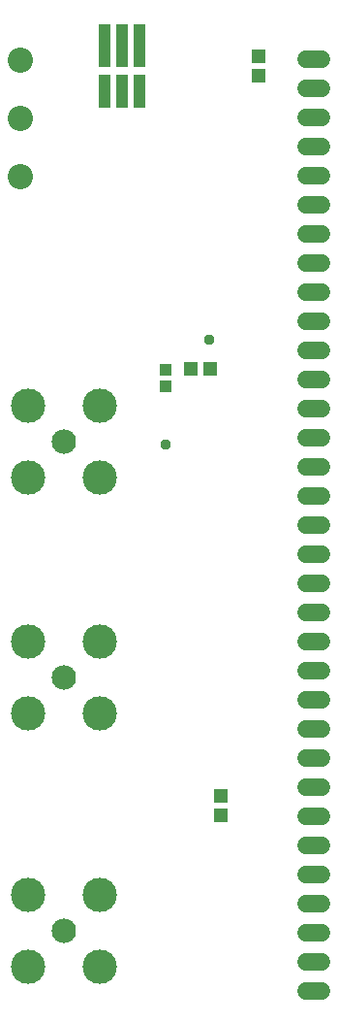
<source format=gbr>
G04 EAGLE Gerber RS-274X export*
G75*
%MOMM*%
%FSLAX34Y34*%
%LPD*%
%INSoldermask Top*%
%IPPOS*%
%AMOC8*
5,1,8,0,0,1.08239X$1,22.5*%
G01*
%ADD10R,1.203200X1.303200*%
%ADD11R,1.003200X1.003200*%
%ADD12R,1.303200X1.203200*%
%ADD13C,1.511200*%
%ADD14C,2.203200*%
%ADD15C,3.003200*%
%ADD16C,2.133600*%
%ADD17R,1.053200X3.753200*%
%ADD18R,1.053200X2.853200*%
%ADD19C,0.959600*%


D10*
X256540Y851780D03*
X256540Y834780D03*
D11*
X175260Y564000D03*
X175260Y579000D03*
D12*
X223520Y206620D03*
X223520Y189620D03*
D10*
X214240Y579120D03*
X197240Y579120D03*
D13*
X298260Y849630D02*
X311340Y849630D01*
X311340Y824230D02*
X298260Y824230D01*
X298260Y798830D02*
X311340Y798830D01*
X311340Y773430D02*
X298260Y773430D01*
X298260Y748030D02*
X311340Y748030D01*
X311340Y722630D02*
X298260Y722630D01*
X298260Y697230D02*
X311340Y697230D01*
X311340Y671830D02*
X298260Y671830D01*
X298260Y646430D02*
X311340Y646430D01*
X311340Y621030D02*
X298260Y621030D01*
X298260Y595630D02*
X311340Y595630D01*
X311340Y570230D02*
X298260Y570230D01*
X298260Y544830D02*
X311340Y544830D01*
X311340Y519430D02*
X298260Y519430D01*
X298260Y494030D02*
X311340Y494030D01*
X311340Y468630D02*
X298260Y468630D01*
X298260Y443230D02*
X311340Y443230D01*
X311340Y417830D02*
X298260Y417830D01*
X298260Y392430D02*
X311340Y392430D01*
X311340Y367030D02*
X298260Y367030D01*
X298260Y341630D02*
X311340Y341630D01*
X311340Y316230D02*
X298260Y316230D01*
X298260Y290830D02*
X311340Y290830D01*
X311340Y265430D02*
X298260Y265430D01*
X298260Y240030D02*
X311340Y240030D01*
X311340Y214630D02*
X298260Y214630D01*
X298260Y189230D02*
X311340Y189230D01*
X311340Y163830D02*
X298260Y163830D01*
X298260Y138430D02*
X311340Y138430D01*
X311340Y113030D02*
X298260Y113030D01*
X298260Y87630D02*
X311340Y87630D01*
X311340Y62230D02*
X298260Y62230D01*
X298260Y36830D02*
X311340Y36830D01*
D14*
X48510Y848571D03*
X48510Y797771D03*
X48510Y746971D03*
D15*
X55060Y120200D03*
X117660Y120200D03*
X55060Y57600D03*
X117660Y57600D03*
D16*
X86360Y88900D03*
D15*
X55060Y341180D03*
X117660Y341180D03*
X55060Y278580D03*
X117660Y278580D03*
D16*
X86360Y309880D03*
D15*
X55060Y546920D03*
X117660Y546920D03*
X55060Y484320D03*
X117660Y484320D03*
D16*
X86360Y515620D03*
D17*
X152160Y861030D03*
X137160Y861030D03*
X122160Y861030D03*
D18*
X152160Y822030D03*
X137160Y822030D03*
X122160Y822030D03*
D19*
X175260Y513080D03*
X213360Y604520D03*
M02*

</source>
